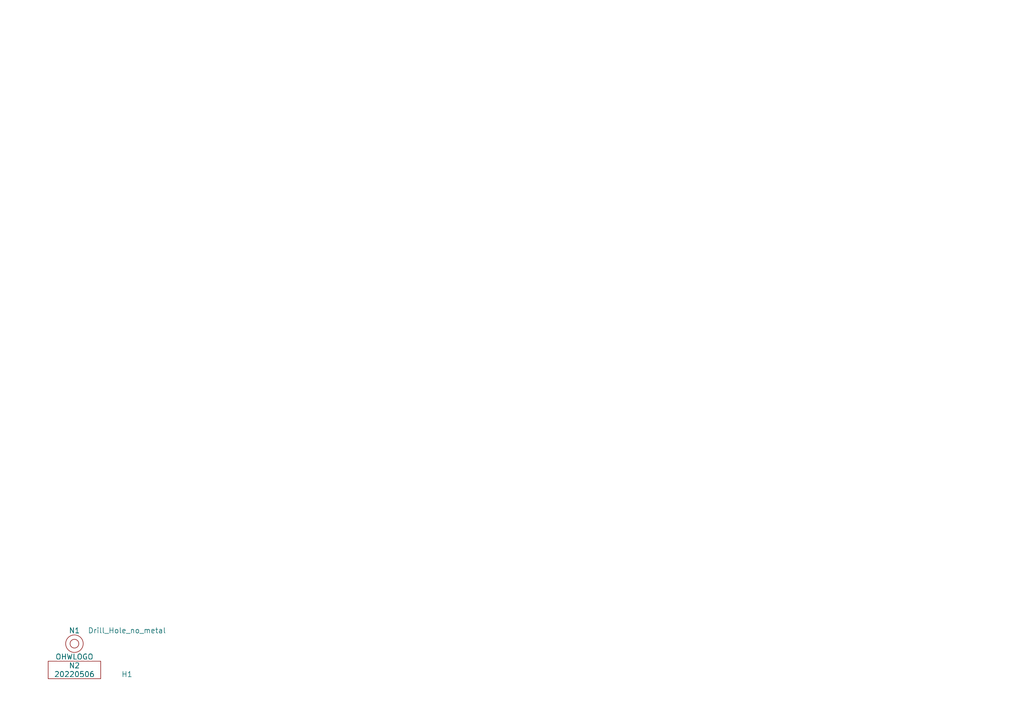
<source format=kicad_sch>
(kicad_sch (version 20211123) (generator eeschema)
  (paper "A4")
  (lib_symbols
    (symbol "SquantorLabels:OHWLOGO" (pin_names (offset 1.016))
      (property "Reference" "N" (at 0 3.81 0))
      (property "Value" "OHWLOGO" (at 0 -3.81 0))
      (symbol "OHWLOGO_0_1"
        (circle (center 0 0) (radius 1.27))
        (circle (center 0 0) (radius 2.54))
      )
    )
    (symbol "SquantorLabels:VYYYYMMDD" (pin_names (offset 1.016))
      (property "Reference" "N" (at 0 2.54 0))
      (property "Value" "VYYYYMMDD" (at 0 0 0))
      (symbol "VYYYYMMDD_0_1"
        (rectangle (start 7.62 -1.27) (end -7.62 3.81))
      )
    )
  )
  (symbol (lib_id "SquantorLabels:VYYYYMMDD") (at 21.59 195.58 0) (unit 1)
    (property "Reference" "N2" (at 21.59 193.04 0) (effects (font (size 1.524 1.524))))
    (property "Value" "20220506" (at 21.59 195.58 0) (effects (font (size 1.524 1.524))))
    (property "Footprint" "SquantorLabels:Label_version" (effects hide))
  )
  (symbol (lib_id "SquantorLabels:OHWLOGO") (at 21.59 186.69 0) (unit 1)
    (property "Reference" "N1" (at 21.59 182.88 0) (effects (font (size 1.524 1.524))))
    (property "Value" "OHWLOGO" (at 21.59 190.5 0) (effects (font (size 1.524 1.524))))
    (property "Footprint" "Symbols:OSHW-Symbol_6.7x6mm_SilkScreen" (effects hide))
  )
  (symbol (lib_id "SquantorPCBOutline:Drill_Hole_no_metal") (at 36.83 189.23 0) (unit 1)
    (property "Reference" "H1" (at 36.83 195.58 0) (effects (font (size 1.524 1.524))))
    (property "Value" "Drill_Hole_no_metal" (at 36.83 182.88 0) (effects (font (size 1.524 1.524))))
    (property "Footprint" "SquantorPcbOutline:MountingHole_2.5mm_no_metal" (effects hide))
  )
  (symbol (lib_id "SquantorPCBOutline:Drill_Hole_no_metal") (at 59.69 189.23 0) (unit 1)
    (property "Reference" "H2" (at 59.69 195.58 0) (effects (font (size 1.524 1.524))))
    (property "Value" "Drill_Hole_no_metal" (at 59.69 182.88 0) (effects (font (size 1.524 1.524))))
    (property "Footprint" "SquantorPcbOutline:MountingHole_2.5mm_no_metal" (effects hide))
  )
)
</source>
